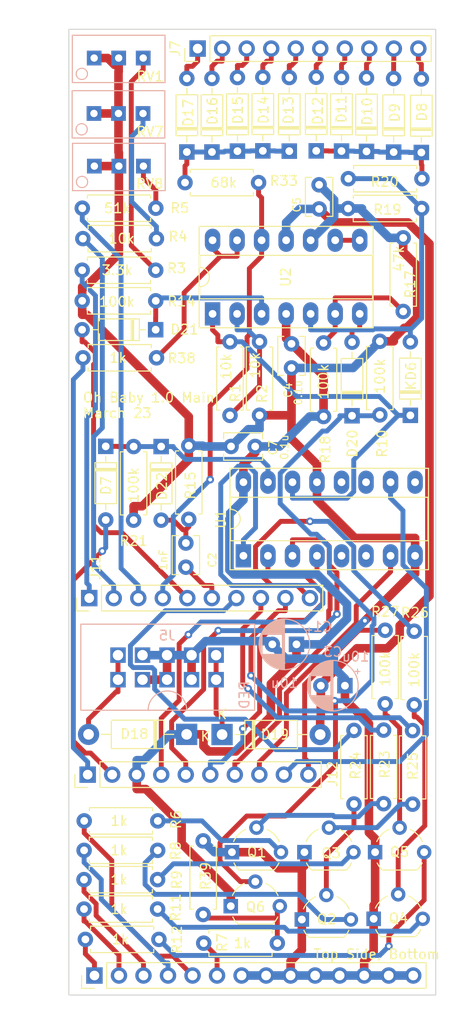
<source format=kicad_pcb>
(kicad_pcb (version 20221018) (generator pcbnew)
  (layers (0 "F.Cu" signal) (31 "B.Cu" signal) (34 "B.Paste" user) (35 "F.Paste" user) (36 "B.SilkS" user "B.Silkscreen") (37 "F.SilkS" user "F.Silkscreen") (38 "B.Mask" user) (39 "F.Mask" user) (44 "Edge.Cuts" user))
  (net 0 "")
  (net 1 "12V")
  (net 2 "GND")
  (net 3 "Net-(D22-A)")
  (net 4 "-12V")
  (net 5 "1_B")
  (net 6 "2_B")
  (net 7 "3_B")
  (net 8 "4_B")
  (net 9 "Net-(D6-K)")
  (net 10 "Net-(D6-A)")
  (net 11 "Net-(D22-K)")
  (net 12 "Net-(D10-K)")
  (net 13 "5_B")
  (net 14 "Net-(D13-K)")
  (net 15 "6_B")
  (net 16 "7_B")
  (net 17 "8_B")
  (net 18 "9_B")
  (net 19 "10_B")
  (net 20 "Net-(D18-A)")
  (net 21 "Net-(D19-K)")
  (net 22 "Net-(D20-K)")
  (net 23 "Net-(D20-A)")
  (net 24 "Net-(D21-K)")
  (net 25 "Net-(Q1-B)")
  (net 26 "Net-(Q2-B)")
  (net 27 "Net-(Q3-B)")
  (net 28 "Net-(Q4-B)")
  (net 29 "Net-(Q5-B)")
  (net 30 "Net-(Q6-E)")
  (net 31 "Net-(U2A--)")
  (net 32 "Net-(R3-Pad1)")
  (net 33 "Net-(R4-Pad2)")
  (net 34 "Net-(R5-Pad1)")
  (net 35 "Net-(U2B--)")
  (net 36 "Net-(U2D--)")
  (net 42 "Net-(U2C--)")
  (net 43 "11_B")
  (net 44 "12_B")
  (net 45 "13_B")
  (net 46 "14_B")
  (net 47 "15_B")
  (net 48 "16_B")
  (net 49 "17_B")
  (net 50 "18_B")
  (net 51 "19_B")
  (net 52 "20_B")
  (net 53 "21_B")
  (net 54 "22_B")
  (net 55 "23_B")
  (net 56 "24_B")
  (net 57 "25_B")
  (net 58 "26_B")
  (net 59 "27_B")
  (net 60 "28_B")
  (net 61 "29_B")
  (net 62 "30_B")
  (net 63 "32_B")
  (net 64 "Net-(Q1-C)")
  (net 65 "Net-(Q2-C)")
  (net 66 "Net-(Q3-C)")
  (net 67 "Net-(Q4-C)")
  (net 68 "Net-(Q5-C)")
  (net 69 "31_B")
  (net 70 "33_B")
  (net 71 "34_B")
  (net 72 "35_B")
  (footprint "2_BenjiaoFootprints:Resistor_L6.3mm_D2.5mm_P7.62mm_Horizontal" (layer "F.Cu") (at 155.6 112.62 -90)
    (fp_text reference "R25")
    (fp_text value "100k")
  )
  (footprint "Diode_THT:D_DO-35_SOD27_P7.62mm_Horizontal" (layer "F.Cu") (at 128.99 71.11 180)
    (fp_text reference "D21")
    (fp_text value "1n4148")
  )
  (footprint "Diode_THT:D_DO-35_SOD27_P7.62mm_Horizontal" (layer "F.Cu") (at 134.82 52.71 90)
    (fp_text reference "D16")
    (fp_text value "1n4148")
  )
  (footprint "Package_DIP:DIP-14_W7.62mm_Socket_LongPads" (layer "F.Cu") (at 134.885 69.47 90)
    (fp_text reference "U2")
    (fp_text value "TL074")
  )
  (footprint "Connector_PinHeader_2.54mm:PinHeader_1x14_P2.54mm_Vertical" (layer "F.Cu") (at 122.65 137.98 90)
    (fp_text reference "J13")
    (fp_text value "Con4_Bottom")
  )
  (footprint "2_BenjiaoFootprints:Resistor_L6.3mm_D2.5mm_P7.62mm_Horizontal" (layer "F.Cu") (at 129.21 121.97 180)
    (fp_text reference "R6")
    (fp_text value "1k")
  )
  (footprint "Diode_THT:D_DO-35_SOD27_P7.62mm_Horizontal" (layer "F.Cu") (at 150.83 52.65 90)
    (fp_text reference "D10")
    (fp_text value "1n4148")
  )
  (footprint "2_BenjiaoFootprints:Capacitor_Disc_D3.8mm_W2.6mm_P2.50mm" (layer "F.Cu") (at 143.06 72.57 -90)
    (fp_text reference "C4")
    (fp_text value "0.1u")
  )
  (footprint "Package_DIP:DIP-16_W7.62mm_Socket_LongPads" (layer "F.Cu") (at 138.08 94.52 90)
    (fp_text reference "U1")
    (fp_text value "4017")
  )
  (footprint "Connector_PinHeader_2.54mm:PinHeader_1x10_P2.54mm_Vertical" (layer "F.Cu") (at 133.34 42 90)
    (fp_text reference "J7")
    (fp_text value "Con1_Bottom")
  )
  (footprint "2_BenjiaoFootprints:Resistor_L6.3mm_D2.5mm_P7.62mm_Horizontal" (layer "F.Cu") (at 149.53 112.6 -90)
    (fp_text reference "R24")
    (fp_text value "100k")
  )
  (footprint "2_BenjiaoFootprints:Resistor_L6.3mm_D2.5mm_P7.62mm_Horizontal" (layer "F.Cu") (at 139.75 72.35 -90)
    (fp_text reference "R2")
    (fp_text value "10k")
  )
  (footprint "Package_TO_SOT_THT:TO-92_Wide" (layer "F.Cu") (at 136.77 130.8)
    (fp_text reference "Q6")
    (fp_text value "BC548")
  )
  (footprint "2_BenjiaoFootprints:Resistor_L6.3mm_D2.5mm_P7.62mm_Horizontal" (layer "F.Cu") (at 146.38 72.48 -90)
    (fp_text reference "R18")
    (fp_text value "100k")
  )
  (footprint "2_BenjiaoFootprints:Capacitor_Disc_D3.8mm_W2.6mm_P2.50mm" (layer "F.Cu") (at 139.3 83.2 180)
    (fp_text reference "C7")
    (fp_text value "0.1u")
  )
  (footprint "2_BenjiaoFootprints:Resistor_L6.3mm_D2.5mm_P7.62mm_Horizontal" (layer "F.Cu") (at 126.71 83.21 -90)
    (fp_text reference "R21")
    (fp_text value "100k")
  )
  (footprint "2_BenjiaoFootprints:Resistor_L6.3mm_D2.5mm_P7.62mm_Horizontal" (layer "F.Cu") (at 129 68.12 180)
    (fp_text reference "R14")
    (fp_text value "100k")
  )
  (footprint "Diode_THT:D_DO-35_SOD27_P7.62mm_Horizontal" (layer "F.Cu") (at 155.37 79.98 90)
    (fp_text reference "D6")
    (fp_text value "1n4148")
  )
  (footprint "Connector_PinHeader_2.54mm:PinHeader_1x10_P2.54mm_Vertical" (layer "F.Cu") (at 121.95 117.18 90)
    (fp_text reference "J12")
    (fp_text value "Con3_Bottom")
  )
  (footprint "2_BenjiaoFootprints:Resistor_L6.3mm_D2.5mm_P7.62mm_Horizontal" (layer "F.Cu") (at 136.69 79.98 90)
    (fp_text reference "R1")
    (fp_text value "10k")
  )
  (footprint "Diode_THT:D_DO-35_SOD27_P7.62mm_Horizontal" (layer "F.Cu") (at 140.09 52.59 90)
    (fp_text reference "D14")
    (fp_text value "1n4148")
  )
  (footprint "2_BenjiaoFootprints:Resistor_L6.3mm_D2.5mm_P7.62mm_Horizontal" (layer "F.Cu") (at 155.77 102.33 -90)
    (fp_text reference "R26")
    (fp_text value "100k")
  )
  (footprint "2_BenjiaoFootprints:Capacitor_Disc_D3.8mm_W2.6mm_P2.50mm" (layer "F.Cu") (at 132.12 95.7 90)
    (fp_text reference "C2")
    (fp_text value "1nF")
  )
  (footprint "2_BenjiaoFootprints:Resistor_L6.3mm_D2.5mm_P7.62mm_Horizontal" (layer "F.Cu") (at 129.01 58.53 180)
    (fp_text reference "R5")
    (fp_text value "51k")
  )
  (footprint "2_BenjiaoFootprints:Resistor_L6.3mm_D2.5mm_P7.62mm_Horizontal" (layer "F.Cu") (at 152.6 112.57 -90)
    (fp_text reference "R23")
    (fp_text value "100k")
  )
  (footprint "Package_TO_SOT_THT:TO-92_Wide" (layer "F.Cu") (at 136.89 125.21)
    (fp_text reference "Q1")
    (fp_text value "2N3904")
  )
  (footprint "Diode_THT:D_DO-35_SOD27_P7.62mm_Horizontal" (layer "F.Cu") (at 145.62 52.59 90)
    (fp_text reference "D12")
    (fp_text value "1n4148")
  )
  (footprint "Package_TO_SOT_THT:TO-92_Wide" (layer "F.Cu") (at 151.72 125.21)
    (fp_text reference "Q5")
    (fp_text value "2N3904")
  )
  (footprint "Diode_THT:D_DO-35_SOD27_P7.62mm_Horizontal" (layer "F.Cu") (at 132.22 52.71 90)
    (fp_text reference "D17")
    (fp_text value "1n4148")
  )
  (footprint "2_BenjiaoFootprints:Resistor_L6.3mm_D2.5mm_P7.62mm_Horizontal" (layer "F.Cu") (at 129 64.95 180)
    (fp_text reference "R3")
    (fp_text value "3.3k")
  )
  (footprint "Package_TO_SOT_THT:TO-92_Wide" (layer "F.Cu") (at 144.13 132.18)
    (fp_text reference "Q2")
    (fp_text value "2N3904")
  )
  (footprint "2_BenjiaoFootprints:Resistor_L6.3mm_D2.5mm_P7.62mm_Horizontal" (layer "F.Cu") (at 152.76 102.23 -90)
    (fp_text reference "R27")
    (fp_text value "100k")
  )
  (footprint "2_BenjiaoFootprints:Capacitor_Disc_D3.8mm_W2.6mm_P2.50mm" (layer "F.Cu") (at 145.92 56.105 -90)
    (fp_text reference "C5")
    (fp_text value "0.1u")
  )
  (footprint "Diode_THT:D_DO-35_SOD27_P7.62mm_Horizontal" (layer "F.Cu") (at 156.51 52.76 90)
    (fp_text reference "D8")
    (fp_text value "1n4148")
  )
  (footprint "2_BenjiaoFootprints:Resistor_L6.3mm_D2.5mm_P7.62mm_Horizontal" (layer "F.Cu") (at 121.45 61.68)
    (fp_text reference "R4")
    (fp_text value "10k")
  )
  (footprint "2_BenjiaoFootprints:Resistor_L6.3mm_D2.5mm_P7.62mm_Horizontal" (layer "F.Cu") (at 129.33 134.24 180)
    (fp_text reference "R12")
    (fp_text value "1k")
  )
  (footprint "Diode_THT:D_DO-41_SOD81_P10.16mm_Horizontal" (layer "F.Cu") (at 135.87 113.03)
    (fp_text reference "D19")
    (fp_text value "1N5819")
  )
  (footprint "Diode_THT:D_DO-41_SOD81_P10.16mm_Horizontal" (layer "F.Cu") (at 132.2 113.01 180)
    (fp_text reference "D18")
    (fp_text value "1N5819")
  )
  (footprint "2_BenjiaoFootprints:Resistor_L6.3mm_D2.5mm_P7.62mm_Horizontal" (layer "F.Cu") (at 156.54 58.56 180)
    (fp_text reference "R19")
    (fp_text value "100k")
  )
  (footprint "2_BenjiaoFootprints:Resistor_L6.3mm_D2.5mm_P7.62mm_Horizontal" (layer "F.Cu") (at 148.95 55.47)
    (fp_text reference "R20")
    (fp_text value "100k")
  )
  (footprint "2_BenjiaoFootprints:Resistor_L6.3mm_D2.5mm_P7.62mm_Horizontal" (layer "F.Cu") (at 129.19 131.1 180)
    (fp_text reference "R11")
    (fp_text value "1k")
  )
  (footprint "2_BenjiaoFootprints:Resistor_L6.3mm_D2.5mm_P7.62mm_Horizontal" (layer "F.Cu") (at 129.19 128.05 180)
    (fp_text reference "R9")
    (fp_text value "1k")
  )
  (footprint "2_BenjiaoFootprints:Resistor_L6.3mm_D2.5mm_P7.62mm_Horizontal" (layer "F.Cu") (at 152.21 79.93 90)
    (fp_text reference "R10")
    (fp_text value "100k")
  )
  (footprint "Connector_PinHeader_2.54mm:PinHeader_1x10_P2.54mm_Vertical" (layer "F.Cu") (at 122.11 98.9 90)
    (fp_text reference "J11")
    (fp_text value "Con2_Bottom")
  )
  (footprint "Diode_THT:D_DO-35_SOD27_P7.62mm_Horizontal" (layer "F.Cu") (at 142.83 52.62 90)
    (fp_text reference "D13")
    (fp_text value "1n4148")
  )
  (footprint "Diode_THT:D_DO-35_SOD27_P7.62mm_Horizontal" (layer "F.Cu") (at 148.24 52.61 90)
    (fp_text reference "D11")
    (fp_text value "1n4148")
  )
  (footprint "2_BenjiaoFootprints:Resistor_L6.3mm_D2.5mm_P7.62mm_Horizontal" (layer "F.Cu") (at 129.08 74.02 180)
    (fp_text reference "R38")
    (fp_text value "1k")
  )
  (footprint "2_BenjiaoFootprints:Resistor_L6.3mm_D2.5mm_P7.62mm_Horizontal" (layer "F.Cu") (at 132.03 55.88)
    (fp_text reference "R33")
    (fp_text value "68k")
  )
  (footprint "Package_TO_SOT_THT:TO-92_Wide" (layer "F.Cu") (at 144.4 125.21)
    (fp_text reference "Q3")
    (fp_text value "2N3904")
  )
  (footprint "2_BenjiaoFootprints:Resistor_L6.3mm_D2.5mm_P7.62mm_Horizontal" (layer "F.Cu") (at 129.2 125.02 180)
    (fp_text reference "R8")
    (fp_text value "1k")
  )
  (footprint "2_BenjiaoFootprints:Resistor_L6.3mm_D2.5mm_P7.62mm_Horizontal" (layer "F.Cu") (at 133.97 134.63)
    (fp_text reference "R7")
    (fp_text value "1k")
  )
  (footprint "Package_TO_SOT_THT:TO-92_Wide" (layer "F.Cu") (at 151.57 132.11)
    (fp_text reference "Q4")
    (fp_text value "2N3904")
  )
  (footprint "2_BenjiaoFootprints:Resistor_L6.3mm_D2.5mm_P7.62mm_Horizontal" (layer "F.Cu") (at 133.91 131.66 90)
    (fp_text reference "R39")
    (fp_text value "4.7k")
  )
  (footprint "2_BenjiaoFootprints:Resistor_L6.3mm_D2.5mm_P7.62mm_Horizontal" (layer "F.Cu") (at 154.63 69.22 90)
    (fp_text reference "R17")
    (fp_text value "47k")
  )
  (footprint "Diode_THT:D_DO-35_SOD27_P7.62mm_Horizontal" (layer "F.Cu") (at 129.56 83.21 -90)
    (fp_text reference "D22")
    (fp_text value "1n4148")
  )
  (footprint "Diode_THT:D_DO-35_SOD27_P7.62mm_Horizontal" (layer "F.Cu") (at 153.64 52.72 90)
    (fp_text reference "D9")
    (fp_text value "1n4148")
  )
  (footprint "Diode_THT:D_DO-35_SOD27_P7.62mm_Horizontal" (layer "F.Cu") (at 137.46 52.62 90)
    (fp_text reference "D15")
    (fp_text value "1n4148")
  )
  (footprint "2_BenjiaoFootprints:Resistor_L6.3mm_D2.5mm_P7.62mm_Horizontal" (layer "F.Cu") (at 132.42 90.74 90)
    (fp_text reference "R15")
    (fp_text value "100k")
  )
  (footprint "Diode_THT:D_DO-35_SOD27_P7.62mm_Horizontal" (layer "F.Cu") (at 123.82 83.19 -90)
    (fp_text reference "D7")
    (fp_text value "1n4148")
  )
  (footprint "Diode_THT:D_DO-35_SOD27_P7.62mm_Horizontal" (layer "F.Cu") (at 149.33 80.02 90)
    (fp_text reference "D20")
    (fp_text value "1n4148")
  )
  (footprint "1_SynthFootprints:MultiturnTrimmer" (layer "B.Cu") (at 125.14 51.26)
    (fp_text reference "RV7")
    (fp_text value "Trim_10k")
  )
  (footprint "2_BenjiaoFootprints:Capacitor_Radial_D5.0mm_P2.5mm" (layer "B.Cu") (at 143.5751 103.69 180)
    (fp_text reference "C1")
    (fp_text value "10u")
  )
  (footprint "2_BenjiaoFootprints:Capacitor_Radial_D5.0mm_P2.5mm" (layer "B.Cu") (at 148.5951 107.97 180)
    (fp_text reference "C3")
    (fp_text value "10u")
  )
  (footprint "1_SynthFootprints:10BoxHeaderConnector" (layer "B.Cu") (at 130.19 105.98 180)
    (fp_text reference "J5")
    (fp_text value "~")
  )
  (footprint "1_SynthFootprints:MultiturnTrimmer" (layer "B.Cu") (at 125.16 45.52)
    (fp_text reference "RV1")
    (fp_text value "Trim_5k")
  )
  (footprint "1_SynthFootprints:MultiturnTrimmer" (layer "B.Cu") (at 125.18 56.71)
    (fp_text reference "RV8")
    (fp_text value "Trim_5k")
  )
  (gr_rect (start 120 40) (end 158 140) (stroke (width 0.1)) (fill none) (layer "Edge.Cuts"))
  (gr_text "Oh Baby 1.0 Main\nMarch 23" (at 121.37 80.33) (layer "F.SilkS") (effects (font (size 1 1) (thickness 0.153)) (justify left bottom)))
  (gr_text "Top Side, Bottom " (at 145.26 136.36) (layer "F.SilkS") (effects (font (size 1 1)) (justify left bottom)))
  (segment (start 143.06 72.57) (end 146.38 75.89) (width 0.889) (layer "F.Cu") (net 1))
  (segment (start 137.2968 114.7747) (end 140.9255 111.146) (width 0.889) (layer "F.Cu") (net 1))
  (segment (start 138.08 86.9) (end 138.08 85.0554) (width 0.889) (layer "F.Cu") (net 1))
  (segment (start 132.2 113.01) (end 133.9446 113.01) (width 0.889) (layer "F.Cu") (net 1))
  (segment (start 136.77 130.8) (end 136.77 129.4054) (width 0.889) (layer "F.Cu") (net 1))
  (segment (start 127.9641 118.6746) (end 131.6807 122.3912) (width 0.889) (layer "F.Cu") (net 1))
  (segment (start 140.9255 111.146) (end 140.9255 107.7842) (width 0.889) (layer "F.Cu") (net 1))
  (segment (start 138.08 85.0554) (end 139.3 83.8354) (width 0.889) (layer "F.Cu") (net 1))
  (segment (start 131.6807 124.3161) (end 136.77 129.4054) (width 0.889) (layer "F.Cu") (net 1))
  (segment (start 146.38 75.89) (end 146.38 80.1) (width 0.889) (layer "F.Cu") (net 1))
  (segment (start 143.5751 103.69) (end 143.5751 105.1346) (width 0.889) (layer "F.Cu") (net 1))
  (segment (start 142.505 72.015) (end 143.06 72.57) (width 0.889) (layer "F.Cu") (net 1))
  (segment (start 133.9446 113.01) (end 133.9446 114.2367) (width 0.889) (layer "F.Cu") (net 1))
  (segment (start 133.9446 114.2367) (end 134.4826 114.7747) (width 0.889) (layer "F.Cu") (net 1))
  (segment (start 127.03 117.18) (end 127.03 118.6746) (width 0.889) (layer "F.Cu") (net 1))
  (segment (start 140.9255 107.7842) (end 143.5751 105.1346) (width 0.889) (layer "F.Cu") (net 1))
  (segment (start 131.6807 122.3912) (end 131.6807 124.3161) (width 0.889) (layer "F.Cu") (net 1))
  (segment (start 139.3 83.8354) (end 139.3 83.2) (width 0.889) (layer "F.Cu") (net 1))
  (segment (start 127.03 118.6746) (end 127.9641 118.6746) (width 0.889) (layer "F.Cu") (net 1))
  (segment (start 134.4826 114.7747) (end 137.2968 114.7747) (width 0.889) (layer "F.Cu") (net 1))
  (segment (start 142.505 69.47) (end 142.505 72.015) (width 0.889) (layer "F.Cu") (net 1))
  (segment (start 137.0929 96.4494) (end 136.6325 95.989) (width 0.889) (layer "B.Cu") (net 1))
  (segment (start 136.6325 95.989) (end 136.6325 90.1921) (width 0.889) (layer "B.Cu") (net 1))
  (segment (start 127.78 115.6854) (end 127.03 115.6854) (width 0.889) (layer "B.Cu") (net 1))
  (segment (start 130.4554 113.01) (end 127.78 115.6854) (width 0.889) (layer "B.Cu") (net 1))
  (segment (start 146.1594 103.69) (end 148.8089 101.0405) (width 0.889) (layer "B.Cu") (net 1))
  (segment (start 132.2 113.01) (end 130.4554 113.01) (width 0.889) (layer "B.Cu") (net 1))
  (segment (start 136.6325 90.1921) (end 138.08 88.7446) (width 0.889) (layer "B.Cu") (net 1))
  (segment (start 143.5751 103.69) (end 146.1594 103.69) (width 0.889) (layer "B.Cu") (net 1))
  (segment (start 127.03 117.18) (end 127.03 115.6854) (width 0.889) (layer "B.Cu") (net 1))
  (segment (start 141.8354 83.2) (end 144.9354 80.1) (width 0.889) (layer "B.Cu") (net 1))
  (segment (start 146.38 80.1) (end 144.9354 80.1) (width 0.889) (layer "B.Cu") (net 1))
  (segment (start 148.8089 99.5272) (end 145.7311 96.4494) (width 0.889) (layer "B.Cu") (net 1))
  (segment (start 138.08 86.9) (end 138.08 88.7446) (width 0.889) (layer "B.Cu") (net 1))
  (segment (start 148.8089 101.0405) (end 148.8089 99.5272) (width 0.889) (layer "B.Cu") (net 1))
  (segment (start 145.7311 96.4494) (end 137.0929 96.4494) (width 0.889) (layer "B.Cu") (net 1))
  (segment (start 139.3 83.2) (end 141.8354 83.2) (width 0.889) (layer "B.Cu") (net 1))
  (segment (start 125.14 48.72) (end 124.0066 48.72) (width 0.889) (layer "F.Cu") (net 2))
  (segment (start 130.17 107.35) (end 129.0746 107.35) (width 0.889) (layer "F.Cu") (net 2))
  (segment (start 127.63 107.35) (end 129.0746 107.35) (width 0.889) (layer "F.Cu") (net 2))
  (segment (start 121.38 68.12) (end 121.38 66.6754) (width 0.889) (layer "F.Cu") (net 2))
  (segment (start 156.0753 69.8204) (end 156.0753 64.4899) (width 0.889) (layer "F.Cu") (net 2))
  (segment (start 144.13 132.18) (end 144.13 126.8746) (width 0.889) (layer "F.Cu") (net 2))
  (segment (start 145.7 86.9) (end 145.7 88.7446) (width 0.889) (layer "F.Cu") (net 2))
  (segment (start 141.6284 126.8746) (end 139.9638 125.21) (width 0.889) (layer "F.Cu") (net 2))
  (segment (start 125.18 52.7634) (end 125.14 52.7234) (width 0.889) (layer "F.Cu") (net 2))
  (segment (start 132.71 104.81) (end 132.71 107.35) (width 0.889) (layer "F.Cu") (net 2))
  (segment (start 125.18 63.2495) (end 121.7541 66.6754) (width 0.889) (layer "F.Cu") (net 2))
  (segment (start 143.06 79.97) (end 143.06 75.07) (width 0.889) (layer "F.Cu") (net 2))
  (segment (start 139.9638 125.21) (end 136.89 125.21) (width 0.889) (layer "F.Cu") (net 2))
  (segment (start 155.5392 96.3646) (end 155.86 96.3646) (width 0.889) (layer "F.Cu") (net 2))
  (segment (start 151.57 130.7154) (end 151.72 130.5654) (width 0.889) (layer "F.Cu") (net 2))
  (segment (start 125.18 54.17) (end 124.0466 54.17) (width 0.889) (layer "F.Cu") (net 2))
  (segment (start 132.42 83.12) (end 132.42 84.5646) (width 0.889) (layer "F.Cu") (net 2))
  (segment (start 144.4 125.21) (end 144.4 126.6046) (width 0.889) (layer "F.Cu") (net 2))
  (segment (start 139.75 79.97) (end 141.1946 79.97) (width 0.889) (layer "F.Cu") (net 2))
  (segment (start 143.06 82.4154) (end 143.06 79.97) (width 0.889) (layer "F.Cu") (net 2))
  (segment (start 143.06 79.97) (end 141.1946 79.97) (width 0.889) (layer "F.Cu") (net 2))
  (segment (start 125.16 43.6833) (end 124.7299 43.6833) (width 0.889) (layer "F.Cu") (net 2))
  (segment (start 125.16 43.6833) (end 125.16 44.3866) (width 0.889) (layer "F.Cu") (net 2))
  (segment (start 148.5951 107.97) (end 148.5951 109.4146) (width 0.889) (layer "F.Cu") (net 2))
  (segment (start 145.7 85.0554) (end 143.06 82.4154) (width 0.889) (layer "F.Cu") (net 2))
  (segment (start 132.42 84.5646) (end 127.5992 89.3854) (width 0.889) (layer "F.Cu") (net 2))
  (segment (start 155.86 94.52) (end 155.86 92.6754) (width 0.889) (layer "F.Cu") (net 2))
  (segment (start 154.7411 70.9153) (end 154.9804 70.9153) (width 0.889) (layer "F.Cu") (net 2))
  (segment (start 125.18 53.4667) (end 125.18 52.7634) (width 0.889) (layer "F.Cu") (net 2))
  (segment (start 121.7541 66.6754) (end 121.38 66.6754) (width 0.889) (layer "F.Cu") (net 2))
  (segment (start 152.21 72.31) (end 153.6546 72.31) (width 0.889) (layer "F.Cu") (net 2))
  (segment (start 142.97 136.4854) (end 144.13 135.3254) (width 0.889) (layer "F.Cu") (net 2))
  (segment (start 126.71 90.83) (end 126.71 89.3854) (width 0.889) (layer "F.Cu") (net 2))
  (segment (start 125.14 52.7234) (end 125.14 48.72) (width 0.889) (layer "F.Cu") (net 2))
  (segment (start 132.42 80.1169) (end 132.42 83.12) (width 0.889) (layer "F.Cu") (net 2))
  (segment (start 125.18 53.4667) (end 125.18 54.17) (width 0.889) (layer "F.Cu") (net 2))
  (segment (start 144.13 126.8746) (end 144.4 126.6046) (width 0.889) (layer "F.Cu") (net 2))
  (segment (start 121.8677 69.5646) (end 132.42 80.1169) (width 0.889) (layer "F.Cu") (net 2))
  (segment (start 151.08 111.8995) (end 151.08 123.1754) (width 0.889) (layer "F.Cu") (net 2))
  (segment (start 144.13 135.3254) (end 144.13 132.18) (width 0.889) (layer "F.Cu") (net 2))
  (segment (start 155.86 94.52) (end 155.86 96.3646) (width 0.889) (layer "F.Cu") (net 2))
  (segment (start 151.72 130.5654) (end 151.72 125.21) (width 0.889) (layer "F.Cu") (net 2))
  (segment (start 153.6546 72.0018) (end 154.7411 70.9153) (width 0.889) (layer "F.Cu") (net 2))
  (segment (start 142.97 137.98) (end 142.97 136.4854) (width 0.889) (layer "F.Cu") (net 2))
  (segment (start 125.18 54.17) (end 125.18 63.2495) (width 0.889) (layer "F.Cu") (net 2))
  (segment (start 124.7299 43.6833) (end 124.0266 42.98) (width 0.889) (layer "F.Cu") (net 2))
  (segment (start 121.38 69.5646) (end 121.8677 69.5646) (width 0.889) (layer "F.Cu") (net 2))
  (segment (start 149.6308 92.6754) (end 155.86 92.6754) (width 0.889) (layer "F.Cu") (net 2))
  (segment (start 154.9804 70.9153) (end 156.0753 69.8204) (width 0.889) (layer "F.Cu") (net 2))
  (segment (start 156.0753 64.4899) (end 154.63 63.0446) (width 0.889) (layer "F.Cu") (net 2))
  (segment (start 122.6 48.72) (end 124.0066 48.72) (width 0.889) (layer "F.Cu") (net 2))
  (segment (start 154.63 61.6) (end 154.63 63.0446) (width 0.889) (layer "F.Cu") (net 2))
  (segment (start 151.72 125.21) (end 151.72 123.8154) (width 0.889) (layer "F.Cu") (net 2))
  (segment (start 150.59 137.98) (end 150.59 136.4854) (width 0.889) (layer "F.Cu") (net 2))
  (segment (start 151.57 135.5054) (end 150.59 136.4854) (width 0.889) (layer "F.Cu") (net 2))
  (segment (start 151.57 132.11) (end 151.57 130.7154) (width 0.889) (layer "F.Cu") (net 2))
  (segment (start 127.5992 89.3854) (end 126.71 89.3854) (width 0.889) (layer "F.Cu") (net 2))
  (segment (start 148.5951 109.4146) (end 151.08 111.8995) (width 0.889) (layer "F.Cu") (net 2))
  (segment (start 151.08 123.1754) (end 151.72 123.8154) (width 0.889) (layer "F.Cu") (net 2))
  (segment (start 125.14 44.4066) (end 125.14 48.72) (width 0.889) (layer "F.Cu") (net 2))
  (segment (start 122.64 54.17) (end 124.0466 54.17) (width 0.889) (layer "F.Cu") (net 2))
  (segment (start 125.16 42.98) (end 125.16 43.6833) (width 0.889) (layer "F.Cu") (net 2))
  (segment (start 125.16 44.3866) (end 125.14 44.4066) (width 0.889) (layer "F.Cu") (net 2))
  (segment (start 153.6546 72.31) (end 153.6546 72.0018) (width 0.889) (layer "F.Cu") (net 2))
  (segment (start 151.57 132.11) (end 151.57 135.5054) (width 0.889) (layer "F.Cu") (net 2))
  (segment (start 130.17 104.81) (end 130.17 107.35) (width 0.889) (layer "F.Cu") (net 2))
  (segment (start 145.7 88.7446) (end 149.6308 92.6754) (width 0.889) (layer "F.Cu") (net 2))
  (segment (start 144.13 126.8746) (end 141.6284 126.8746) (width 0.889) (layer "F.Cu") (net 2))
  (segment (start 121.38 68.12) (end 121.38 69.5646) (width 0.889) (layer "F.Cu") (net 2))
  (segment (start 122.62 42.98) (end 124.0266 42.98) (width 0.889) (layer "F.Cu") (net 2))
  (segment (start 145.7 86.9) (end 145.7 85.0554) (width 0.889) (layer "F.Cu") (net 2))
  (segment (start 150.6627 101.2411) (end 155.5392 96.3646) (width 0.889) (layer "F.Cu") (net 2))
  (via (at 150.6627 101.2411) (size 0.8) (drill 0.4) (layers "F.Cu" "B.Cu") (net 2))
  (segment (start 148.92 58.56) (end 150.3646 58.56) (width 0.889) (layer "B.Cu") (net 2))
  (segment (start 145.51 137.98) (end 142.97 137.98) (width 0.889) (layer "B.Cu") (net 2))
  (segment (start 150.59 137.98) (end 148.05 137.98) (width 0.889) (layer "B.Cu") (net 2))
  (segment (start 134.1624 103.3576) (end 140.7427 103.3576) (width 0.889) (layer "B.Cu") (net 2))
  (segment (start 133.9446 83.2) (end 133.8646 83.12) (width 0.889) (layer "B.Cu") (net 2))
  (segment (start 155.67 137.98) (end 153.13 137.98) (width 0.889) (layer "B.Cu") (net 2))
  (segment (start 152.21 72.31) (end 149.45 75.07) (width 0.889) (layer "B.Cu") (net 2))
  (segment (start 142.4797 105.1762) (end 147.4412 105.1762) (width 0.889) (layer "B.Cu") (net 2))
  (segment (start 148.5951 107.97) (end 148.5951 107.2477) (width 0.889) (layer "B.Cu") (net 2))
  (segment (start 141.0751 103.69) (end 141.0751 103.7716) (width 0.889) (layer "B.Cu") (net 2))
  (segment (start 147.4412 105.1762) (end 147.4412 104.4626) (width 0.889) (layer "B.Cu") (net 2))
  (segment (start 140.7427 103.3576) (end 141.0751 103.69) (width 0.889) (layer "B.Cu") (net 2))
  (segment (start 135.08 125.21) (end 133.91 124.04) (width 0.889) (layer "B.Cu") (net 2))
  (segment (start 148.5951 107.2477) (end 147.4412 106.0938) (width 0.889) (layer "B.Cu") (net 2))
  (segment (start 145.045 61.85) (end 147.4754 59.4196) (width 0.889) (layer "B.Cu") (net 2))
  (segment (start 127.63 104.81) (end 130.17 104.81) (width 0.889) (layer "B.Cu") (net 2))
  (segment (start 147.4754 57.6604) (end 145.92 56.105) (width 0.889) (layer "B.Cu") (net 2))
  (segment (start 147.4754 58.56) (end 147.4754 57.6604) (width 0.889) (layer "B.Cu") (net 2))
  (segment (start 139.75 81.4146) (end 138.5854 81.4146) (width 0.889) (layer "B.Cu") (net 2))
  (segment (start 148.05 137.98) (end 145.51 137.98) (width 0.889) (layer "B.Cu") (net 2))
  (segment (start 141.0751 103.7716) (end 142.4797 105.1762) (width 0.889) (layer "B.Cu") (net 2))
  (segment (start 148.92 58.56) (end 147.4754 58.56) (width 0.889) (layer "B.Cu") (net 2))
  (segment (start 153.13 137.98) (end 150.59 137.98) (width 0.889) (layer "B.Cu") (net 2))
  (segment (start 154.63 61.6) (end 153.1854 61.6) (width 0.889) (layer "B.Cu") (net 2))
  (segment (start 132.42 83.12) (end 133.8646 83.12) (width 0.889) (layer "B.Cu") (net 2))
  (segment (start 142.97 137.98) (end 140.43 137.98) (width 0.889) (layer "B.Cu") (net 2))
  (segment (start 132.71 104.81) (end 134.1624 103.3576) (width 0.889) (layer "B.Cu") (net 2))
  (segment (start 150.3646 58.7792) (end 150.3646 58.56) (width 0.889) (layer "B.Cu") (net 2))
  (segment (start 147.4412 104.4626) (end 150.6627 101.2411) (width 0.889) (layer "B.Cu") (net 2))
  (segment (start 147.4412 106.0938) (end 147.4412 105.1762) (width 0.889) (layer "B.Cu") (net 2))
  (segment (start 153.1854 61.6) (end 150.3646 58.7792) (width 0.889) (layer "B.Cu") (net 2))
  (segment (start 139.75 79.97) (end 139.75 81.4146) (width 0.889) (layer "B.Cu") (net 2))
  (segment (start 138.5854 81.4146) (end 136.8 83.2) (width 0.889) (layer "B.Cu") (net 2))
  (segment (start 136.8 83.2) (end 133.9446 83.2) (width 0.889) (layer "B.Cu") (net 2))
  (segment (start 140.43 137.98) (end 137.89 137.98) (width 0.889) (layer "B.Cu") (net 2))
  (segment (start 147.4754 59.4196) (end 147.4754 58.56) (width 0.889) (layer "B.Cu") (net 2))
  (segment (start 149.45 75.07) (end 143.06 75.07) (width 0.889) (layer "B.Cu") (net 2))
  (segment (start 130.17 104.81) (end 132.71 104.81) (width 0.889) (layer "B.Cu") (net 2))
  (segment (start 136.89 125.21) (end 135.08 125.21) (width 0.889) (layer "B.Cu") (net 2))
  (segment (start 132.42 90.74) (end 132.42 91.52) (width 0.508) (layer "F.Cu") (net 3))
  (segment (start 132.12 91.82) (end 131.8041 91.82) (width 0.508) (layer "F.Cu") (net 3))
  (segment (start 132.12 93.2) (end 132.12 91.82) (width 0.508) (layer "F.Cu") (net 3))
  (segment (start 132.42 91.52) (end 132.12 91.82) (width 0.508) (layer "F.Cu") (net 3))
  (segment (start 129.56 90.83) (end 130.8141 90.83) (width 0.508) (layer "F.Cu") (net 3))
  (segment (start 131.8041 91.82) (end 130.8141 90.83) (width 0.508) (layer "F.Cu") (net 3))
  (segment (start 154.265 101.7565) (end 157.3453 98.6762) (width 0.889) (layer "F.Cu") (net 4))
  (segment (start 146.0951 111.2203) (end 146.0951 107.97) (width 0.889) (layer "F.Cu") (net 4))
  (segment (start 157.3453 98.6762) (end 157.3453 62.213) (width 0.889) (layer "F.Cu") (net 4))
  (segment (start 157.3453 62.213) (end 155.1371 60.0048) (width 0.889) (layer "F.Cu") (net 4))
  (segment (start 149.8372 104.0975) (end 152.9829 104.0975) (width 0.889) (layer "F.Cu") (net 4))
  (segment (start 152.9829 104.0975) (end 154.265 102.8154) (width 0.889) (layer "F.Cu") (net 4))
  (segment (start 147.3198 60.0048) (end 145.92 58.605) (width 0.889) (layer "F.Cu") (net 4))
  (segment (start 154.265 102.8154) (end 154.265 101.7565) (width 0.889) (layer "F.Cu") (net 4))
  (segment (start 146.0951 107.97) (end 146.0951 107.8396) (width 0.889) (layer "F.Cu") (net 4))
  (segment (start 155.1371 60.0048) (end 147.3198 60.0048) (width 0.889) (layer "F.Cu") (net 4))
  (segment (start 146.03 113.03) (end 146.03 111.2854) (width 0.889) (layer "F.Cu") (net 4))
  (segment (start 146.0951 107.8396) (end 149.8372 104.0975) (width 0.889) (layer "F.Cu") (net 4))
  (segment (start 146.03 111.2854) (end 146.0951 111.2203) (width 0.889) (layer "F.Cu") (net 4))
  (segment (start 143.9054 58.605) (end 142.505 60.0054) (width 0.889) (layer "B.Cu") (net 4))
  (segment (start 145.92 58.605) (end 143.9054 58.605) (width 0.889) (layer "B.Cu") (net 4))
  (segment (start 142.505 61.85) (end 142.505 60.0054) (width 0.889) (layer "B.Cu") (net 4))
  (segment (start 156.51 43.6141) (end 156.51 45.14) (width 0.508) (layer "F.Cu") (net 5))
  (segment (start 156.2 42) (end 156.2 43.3041) (width 0.508) (layer "F.Cu") (net 5))
  (segment (start 156.2 43.3041) (end 156.51 43.6141) (width 0.508) (layer "F.Cu") (net 5))
  (segment (start 153.66 43.3041) (end 153.64 43.3241) (width 0.508) (layer "F.Cu") (net 6))
  (segment (start 153.66 42) (end 153.66 43.3041) (width 0.508) (layer "F.Cu") (net 6))
  (segment (start 153.64 43.3241) (end 153.64 45.1) (width 0.508) (layer "F.Cu") (net 6))
  (segment (start 150.83 43.5941) (end 150.83 45.03) (width 0.508) (layer "F.Cu") (net 7))
  (segment (start 151.12 42) (end 151.12 43.3041) (width 0.508) (layer "F.Cu") (net 7))
  (segment (start 151.12 43.3041) (end 150.83 43.5941) (width 0.508) (layer "F.Cu") (net 7))
  (segment (start 148.24 43.6441) (end 148.24 44.99) (width 0.508) (layer "F.Cu") (net 8))
  (segment (start 148.58 42) (end 148.58 43.3041) (width 0.508) (layer "F.Cu") (net 8))
  (segment (start 148.58 43.3041) (end 148.24 43.6441) (width 0.508) (layer "F.Cu") (net 8))
  (segment (start 134.885 69.47) (end 134.885 71.1241) (width 0.508) (layer "F.Cu") (net 9))
  (segment (start 136.69 72.36) (end 135.4359 72.36) (width 0.508) (layer "F.Cu") (net 9))
  (segment (start 134.885 71.1241) (end 135.4359 71.675) (width 0.508) (layer "F.Cu") (net 9))
  (segment (start 135.4359 71.675) (end 135.4359 72.36) (width 0.508) (layer "F.Cu") (net 9))
  (segment (start 143.16 88.5541) (end 148.8241 88.5541) (width 0.508) (layer "B.Cu") (net 9))
  (segment (start 155.37 79.98) (end 154.1159 79.98) (width 0.508) (layer "B.Cu") (net 9))
  (segment (start 149.51 87.8682) (end 149.51 84.5859) (width 0.508) (layer "B.Cu") (net 9))
  (segment (start 152.1617 78.0258) (end 154.1159 79.98) (width 0.508) (layer "B.Cu") (net 9))
  (segment (start 148.8241 88.5541) (end 149.51 87.8682) (width 0.508) (layer "B.Cu") (net 9))
  (segment (start 136.69 72.36) (end 137.9441 72.36) (width 0.508) (layer "B.Cu") (net 9))
  (segment (start 149.51 84.5859) (end 154.1159 79.98) (width 0.508) (layer "B.Cu") (net 9))
  (segment (start 137.9441 72.36) (end 143.6099 78.0258) (width 0.508) (layer "B.Cu") (net 9))
  (segment (start 143.6099 78.0258) (end 152.1617 78.0258) (width 0.508) (layer "B.Cu") (net 9))
  (segment (start 143.16 86.9) (end 143.16 88.5541) (width 0.508) (layer "B.Cu") (net 9))
  (segment (start 145.045 69.47) (end 145.045 71.1241) (width 0.508) (layer "B.Cu") (net 10))
  (segment (start 148.95 55.47) (end 153.45 55.47) (width 0.508) (layer "B.Cu") (net 10))
  (segment (start 151.4981 71.1241) (end 151.5953 71.0269) (width 0.508) (layer "B.Cu") (net 10))
  (segment (start 155.37 72.36) (end 155.37 71.1059) (width 0.508) (layer "B.Cu") (net 10))
  (segment (start 156.54 69.9359) (end 156.54 58.56) (width 0.508) (layer "B.Cu") (net 10))
  (segment (start 155.291 71.0269) (end 155.37 71.1059) (width 0.508) (layer "B.Cu") (net 10))
  (segment (start 145.045 71.1241) (end 151.4981 71.1241) (width 0.508) (layer "B.Cu") (net 10))
  (segment (start 155.37 71.1059) (end 156.54 69.9359) (width 0.508) (layer "B.Cu") (net 10))
  (segment (start 153.45 55.47) (end 156.54 58.56) (width 0.508) (layer "B.Cu") (net 10))
  (segment (start 151.5953 71.0269) (end 155.291 71.0269) (width 0.508) (layer "B.Cu") (net 10))
  (segment (start 126.71 83.21) (end 125.0941 83.21) (width 0.508) (layer "F.Cu") (net 11))
  (segment (start 125.0941 83.21) (end 125.0741 83.19) (width 0.508) (layer "F.Cu") (net 11))
  (segment (start 123.82 83.19) (end 125.0741 83.19) (width 0.508) (layer "F.Cu") (net 11))
  (segment (start 140.62 85.2459) (end 139.9119 84.5378) (width 0.508) (layer "B.Cu") (net 11))
  (segment (start 129.56 83.21) (end 130.8141 83.21) (width 0.508) (layer "B.Cu") (net 11))
  (segment (start 132.0635 84.5378) (end 130.8141 83.2884) (width 0.508) (layer "B.Cu") (net 11))
  (segment (start 140.62 86.9) (end 140.62 85.2459) (width 0.508) (layer "B.Cu") (net 11))
  (segment (start 130.8141 83.2884) (end 130.8141 83.21) (width 0.508) (layer "B.Cu") (net 11))
  (segment (start 139.9119 84.5378) (end 132.0635 84.5378) (width 0.508) (layer "B.Cu") (net 11))
  (segment (start 129.56 83.21) (end 126.71 83.21) (width 0.508) (layer "B.Cu") (net 11))
  (segment (start 146.8941 52.61) (end 146.8741 52.59) (width 0.508) (layer "F.Cu") (net 12))
  (segment (start 156.51 54.0141) (end 156.57 54.0741) (width 0.508) (layer "F.Cu") (net 12))
  (segment (start 156.57 54.0741) (end 156.57 55.47) (width 0.508) (layer "F.Cu") (net 12))
  (segment (start 145.62 52.59) (end 146.8741 52.59) (width 0.508) (layer "F.Cu") (net 12))
  (segment (start 148.24 52.61) (end 146.8941 52.61) (width 0.508) (layer "F.Cu") (net 12))
  (segment (start 156.51 52.76) (end 156.51 54.0141) (width 0.508) (layer "F.Cu") (net 12))
  (segment (start 150.83 52.65) (end 149.5759 52.65) (width 0.508) (layer "B.Cu") (net 12))
  (segment (start 155.2159 52.72) (end 155.2559 52.76) (width 0.508) (layer "B.Cu") (net 12))
  (segment (start 148.24 52.61) (end 149.5359 52.61) (width 0.508) (layer "B.Cu") (net 12))
  (segment (start 150.83 52.65) (end 152.0841 52.65) (width 0.508) (layer "B.Cu") (net 12))
  (segment (start 153.64 52.72) (end 155.2159 52.72) (width 0.508) (layer "B.Cu") (net 12))
  (segment (start 152.0841 52.65) (end 152.1541 52.72) (width 0.508) (layer "B.Cu") (net 12))
  (segment (start 149.5359 52.61) (end 149.5759 52.65) (width 0.508) (layer "B.Cu") (net 12))
  (segment (start 156.51 52.76) (end 155.2559 52.76) (width 0.508) (layer "B.Cu") (net 12))
  (segment (start 152.1541 52.72) (end 153.64 52.72) (width 0.508) (layer "B.Cu") (net 12))
  (segment (start 146.04 42) (end 146.04 43.3041) (width 0.508) (layer "F.Cu") (net 13))
  (segment (start 146.04 43.3041) (end 146.0318 43.3041) (width 0.508) (layer "F.Cu") (net 13))
  (segment (start 145.62 44.97) (end 145.62 43.7159) (width 0.508) (layer "F.Cu") (net 13))
  (segment (start 146.0318 43.3041) (end 145.62 43.7159) (width 0.508) (layer "F.Cu") (net 13))
  (segment (start 132.22 52.71) (end 132.22 53.9641) (width 0.508) (layer "F.Cu") (net 14))
  (segment (start 132.03 54.1541) (end 132.03 55.88) (width 0.508) (layer "F.Cu") (net 14))
  (segment (start 132.22 53.9641) (end 132.03 54.1541) (width 0.508) (layer "F.Cu") (net 14))
  (segment (start 136.0741 52.71) (end 136.1641 52.62) (width 0.508) (layer "B.Cu") (net 14))
  (segment (start 138.8059 52.62) (end 138.8359 52.59) (width 0.508) (layer "B.Cu") (net 14))
  (segment (start 141.3741 52.62) (end 141.3441 52.59) (width 0.508) (layer "B.Cu") (net 14))
  (segment (start 132.22 52.71) (end 134.82 52.71) (width 0.508) (layer "B.Cu") (net 14))
  (segment (start 136.1641 52.62) (end 137.46 52.62) (width 0.508) (layer "B.Cu") (net 14))
  (segment (start 137.46 52.62) (end 138.8059 52.62) (width 0.508) (layer "B.Cu") (net 14))
  (segment (start 140.09 52.59) (end 141.3441 52.59) (width 0.508) (layer "B.Cu") (net 14))
  (segment (start 142.83 52.62) (end 141.3741 52.62) (width 0.508) (layer "B.Cu") (net 14))
  (segment (start 134.82 52.71) (end 136.0741 52.71) (width 0.508) (layer "B.Cu") (net 14))
  (segment (start 140.09 52.59) (end 138.8359 52.59) (width 0.508) (layer "B.Cu") (net 14))
  (segment (start 143.5 43.3041) (end 143.0582 43.7459) (width 0.508) (layer "F.Cu") (net 15))
  (segment (start 142.83 45) (end 142.83 43.7459) (width 0.508) (layer "F.Cu") (net 15))
  (segment (start 143.0582 43.7459) (end 142.83 43.7459) (width 0.508) (layer "F.Cu") (net 15))
  (segment (start 143.5 42) (end 143.5 43.3041) (width 0.508) (layer "F.Cu") (net 15))
  (segment (start 140.09 44.97) (end 140.09 43.7159) (width 0.508) (layer "F.Cu") (net 16))
  (segment (start 140.96 42) (end 140.96 43.3041) (width 0.508) (layer "F.Cu") (net 16))
  (segment (start 140.5018 43.3041) (end 140.09 43.7159) (width 0.508) (layer "F.Cu") (net 16))
  (segment (start 140.96 43.3041) (end 140.5018 43.3041) (width 0.508) (layer "F.Cu") (net 16))
  (segment (start 138.42 43.3041) (end 137.9782 43.7459) (width 0.508) (layer "F.Cu") (net 17))
  (segment (start 137.46 45) (end 137.46 43.7459) (width 0.508) (layer "F.Cu") (net 17))
  (segment (start 138.42 42) (end 138.42 43.3041) (width 0.508) (layer "F.Cu") (net 17))
  (segment (start 137.9782 43.7459) (end 137.46 43.7459) (width 0.508) (layer "F.Cu") (net 17))
  (segment (start 135.88 43.3041) (end 135.3518 43.3041) (width 0.508) (layer "F.Cu") (net 18))
  (segment (start 135.3518 43.3041) (end 134.82 43.8359) (width 0.508) (layer "F.Cu") (net 18))
  (segment (start 135.88 42) (end 135.88 43.3041) (width 0.508) (layer "F.Cu") (net 18))
  (segment (start 134.82 45.09) (end 134.82 43.8359) (width 0.508) (layer "F.Cu") (net 18))
  (segment (start 133.34 42) (end 133.34 43.3041) (width 0.508) (layer "F.Cu") (net 19))
  (segment (start 132.22 45.09) (end 132.22 43.8359) (width 0.508) (layer "F.Cu") (net 19))
  (segment (start 133.34 43.3041) (end 132.8082 43.8359) (width 0.508) (layer "F.Cu") (net 19))
  (segment (start 132.8082 43.8359) (end 132.22 43.8359) (width 0.508) (layer "F.Cu") (net 19))
  (segment (start 125.09 104.81) (end 125.09 107.35) (width 0.508) (layer "F.Cu") (net 20))
  (segment (start 125.09 107.35) (end 125.09 108.6041) (width 0.508) (layer "F.Cu") (net 20))
  (segment (start 124.8918 108.6041) (end 125.09 108.6041) (width 0.508) (layer "F.Cu") (net 20))
  (segment (start 122.04 113.01) (end 122.04 111.4559) (width 0.508) (layer "F.Cu") (net 20))
  (segment (start 122.04 111.4559) (end 124.8918 108.6041) (width 0.508) (layer "F.Cu") (net 20))
  (segment (start 135.87 113.03) (end 135.87 111.4759) (width 0.508) (layer "F.Cu") (net 21))
  (segment (start 135.25 104.81) (end 135.25 107.35) (width 0.508) (layer "F.Cu") (net 21))
  (segment (start 135.25 110.8559) (end 135.25 107.35) (width 0.508) (layer "F.Cu") (net 21))
  (segment (start 135.87 111.4759) (end 135.25 110.8559) (width 0.508) (layer "F.Cu") (net 21))
  (segment (start 139.31 128.26) (end 137.7698 128.26) (width 0.508) (layer "F.Cu") (net 22))
  (segment (start 135.655 126.1452) (end 135.655 124.2387) (width 0.508) (layer "F.Cu") (net 22))
  (segment (start 147.6156 116.2593) (end 147.6156 109.6239) (width 0.508) (layer "F.Cu") (net 22))
  (segment (start 147.6156 109.6239) (end 147.5253 109.5336) (width 0.508) (layer "F.Cu") (net 22))
  (segment (start 138.4279 121.4658) (end 142.4091 121.4658) (width 0.508) (layer "F.Cu") (net 22))
  (segment (start 135.655 124.2387) (end 138.4279 121.4658) (width 0.508) (layer "F.Cu") (net 22))
  (segment (start 137.7698 128.26) (end 135.655 126.1452) (width 0.508) (layer "F.Cu") (net 22))
  (segment (start 142.4091 121.4658) (end 147.6156 116.2593) (width 0.508) (layer "F.Cu") (net 22))
  (via (at 147.5253 109.5336) (size 0.8) (drill 0.4) (layers "F.Cu" "B.Cu") (net 22))
  (segment (start 146.9858 96.2905) (end 151.6001 100.9048) (width 0.508) (layer "B.Cu") (net 22))
  (segment (start 141.89 89.1108) (end 145.0646 92.2854) (width 0.508) (layer "B.Cu") (net 22))
  (segment (start 151.6001 101.6163) (end 151.4031 101.8133) (width 0.508) (layer "B.Cu") (net 22))
  (segment (start 146.7268 81.6042) (end 146.2648 81.6042) (width 0.508) (layer "B.Cu") (net 22))
  (segment (start 145.0646 92.2854) (end 145.6605 92.2854) (width 0.508) (layer "B.Cu") (net 22))
  (segment (start 149.33 80.02) (end 148.0759 80.02) (width 0.508) (layer "B.Cu") (net 22))
  (segment (start 147.5253 109.5335) (end 147.5253 109.5336) (width 0.508) (layer "B.Cu") (net 22))
  (segment (start 151.6001 100.9048) (end 151.6001 101.6163) (width 0.508) (layer "B.Cu") (net 22))
  (segment (start 151.4031 101.8133) (end 151.4031 107.4188) (width 0.508) (layer "B.Cu") (net 22))
  (segment (start 146.2648 81.6042) (end 141.89 85.979) (width 0.508) (layer "B.Cu") (net 22))
  (segment (start 148.0759 80.02) (end 148.0759 80.2551) (width 0.508) (layer "B.Cu") (net 22))
  (segment (start 141.89 85.979) (end 141.89 89.1108) (width 0.508) (layer "B.Cu") (net 22))
  (segment (start 152.21 79.93) (end 152.12 80.02) (width 0.508) (layer "B.Cu") (net 22))
  (segment (start 151.4031 107.4188) (end 149.2884 109.5335) (width 0.508) (layer "B.Cu") (net 22))
  (segment (start 145.6605 92.2854) (end 146.9858 93.6107) (width 0.508) (layer "B.Cu") (net 22))
  (segment (start 149.2884 109.5335) (end 147.5253 109.5335) (width 0.508) (layer "B.Cu") (net 22))
  (segment (start 148.0759 80.2551) (end 146.7268 81.6042) (width 0.508) (layer "B.Cu") (net 22))
  (segment (start 152.12 80.02) (end 149.33 80.02) (width 0.508) (layer "B.Cu") (net 22))
  (segment (start 146.9858 93.6107) (end 146.9858 96.2905) (width 0.508) (layer "B.Cu") (net 22))
  (segment (start 149.3518 71.1241) (end 149.33 71.1459) (width 0.508) (layer "F.Cu") (net 23))
  (segment (start 150.125 71.1241) (end 149.3518 71.1241) (width 0.508) (layer "F.Cu") (net 23))
  (segment (start 150.125 69.47) (end 150.125 71.1241) (width 0.508) (layer "F.Cu") (net 23))
  (segment (start 149.33 72.4) (end 149.33 71.1459) (width 0.508) (layer "F.Cu") (net 23))
  (segment (start 128.99 69.8559) (end 129 69.8459) (width 0.508) (layer "F.Cu") (net 24))
  (segment (start 129 69.8459) (end 129 68.12) (width 0.508) (layer "F.Cu") (net 24))
  (segment (start 128.99 71.11) (end 128.99 69.8559) (width 0.508) (layer "F.Cu") (net 24))
  (segment (start 139.965 69.47) (end 139.965 67.8159) (width 0.508) (layer "B.Cu") (net 24))
  (segment (start 129.3041 67.8159) (end 129 68.12) (width 0.508) (layer "B.Cu") (net 24))
  (segment (start 139.965 67.8159) (end 129.3041 67.8159) (width 0.508) (layer "B.Cu") (net 24))
  (segment (start 147.3696 121.3966) (end 147.5109 121.5379) (width 0.508) (layer "B.Cu") (net 25))
  (segment (start 149.998 121.5379) (end 151.3459 120.19) (width 0.508) (layer "B.Cu") (net 25))
  (segment (start 140.7034 121.3966) (end 147.3696 121.3966) (width 0.508) (layer "B.Cu") (net 25))
  (segment (start 152.6 120.19) (end 151.3459 120.19) (width 0.508) (layer "B.Cu") (net 25))
  (segment (start 139.43 122.67) (end 140.7034 121.3966) (width 0.508) (layer "B.Cu") (net 25))
  (segment (start 147.5109 121.5379) (end 149.998 121.5379) (width 0.508) (layer "B.Cu") (net 25))
  (segment (start 149.53 122.6201) (end 149.53 120.22) (width 0.508) (layer "F.Cu") (net 26))
  (segment (start 146.67 125.4801) (end 149.53 122.6201) (width 0.508) (layer "F.Cu") (net 26))
  (segment (start 146.67 129.64) (end 146.67 125.4801) (width 0.508) (layer "F.Cu") (net 26))
  (segment (start 155.6 120.24) (end 154.3459 120.24) (width 0.508) (layer "B.Cu") (net 27))
  (segment (start 146.94 122.67) (end 151.9159 122.67) (width 0.508) (layer "B.Cu") (net 27))
  (segment (start 151.9159 122.67) (end 154.3459 120.24) (width 0.508) (layer "B.Cu") (net 27))
  (segment (start 156.0316 111.2041) (end 155.77 111.2041) (width 0.508) (layer "F.Cu") (net 28))
  (segment (start 154.11 129.57) (end 154.11 125.2306) (width 0.508) (layer "F.Cu") (net 28))
  (segment (start 156.8683 112.0408) (end 156.0316 111.2041) (width 0.508) (layer "F.Cu") (net 28))
  (segment (start 156.8683 122.4723) (end 156.8683 112.0408) (width 0.508) (layer "F.Cu") (net 28))
  (segment (start 154.11 125.2306) (end 156.8683 122.4723) (width 0.508) (layer "F.Cu") (net 28))
  (segment (start 155.77 109.95) (end 155.77 111.2041) (width 0.508) (layer "F.Cu") (net 28))
  (segment (start 154.26 112.3443) (end 153.0198 111.1041) (width 0.508) (layer "F.Cu") (net 29))
  (segment (start 153.0198 111.1041) (end 152.76 111.1041) (width 0.508) (layer "F.Cu") (net 29))
  (segment (start 152.76 109.85) (end 152.76 111.1041) (width 0.508) (layer "F.Cu") (net 29))
  (segment (start 154.26 122.67) (end 154.26 112.3443) (width 0.508) (layer "F.Cu") (net 29))
  (segment (start 141.59 132.03) (end 141.59 134.63) (width 0.508) (layer "F.Cu") (net 30))
  (segment (start 141.85 130.8) (end 141.59 131.06) (width 0.508) (layer "F.Cu") (net 30))
  (segment (start 134.28 132.03) (end 133.91 131.66) (width 0.508) (layer "F.Cu") (net 30))
  (segment (start 141.59 132.03) (end 134.28 132.03) (width 0.508) (layer "F.Cu") (net 30))
  (segment (start 141.59 131.06) (end 141.59 132.03) (width 0.508) (layer "F.Cu") (net 30))
  (segment (start 136.69 79.98) (end 139.75 76.92) (width 0.508) (layer "F.Cu") (net 31))
  (segment (start 139.75 76.92) (end 139.75 72.35) (width 0.508) (layer "F.Cu") (net 31))
  (segment (start 137.425 69.47) (end 137.425 71.1241) (width 0.508) (layer "B.Cu") (net 31))
  (segment (start 137.425 71.1241) (end 138.5241 71.1241) (width 0.508) (layer "B.Cu") (net 31))
  (segment (start 138.5241 71.1241) (end 139.75 72.35) (width 0.508) (layer "B.Cu") (net 31))
  (segment (start 126.4638 62.4138) (end 129 64.95) (width 0.508) (layer "F.Cu") (net 32))
  (segment (start 127.7 42.98) (end 127.7 44.1961) (width 0.508) (layer "F.Cu") (net 32))
  (segment (start 126.4638 45.4323) (end 126.4638 62.4138) (width 0.508) (layer "F.Cu") (net 32))
  (segment (start 127.7 44.1961) (end 126.4638 45.4323) (width 0.508) (layer "F.Cu") (net 32))
  (segment (start 126.5038 57.8597) (end 129.07 60.4259) (width 0.508) (layer "B.Cu") (net 33))
  (segment (start 127.68 49.9361) (end 126.5038 51.1123) (width 0.508) (layer "B.Cu") (net 33))
  (segment (start 127.68 48.72) (end 127.68 49.9361) (width 0.508) (layer "B.Cu") (net 33))
  (segment (start 129.07 61.68) (end 129.07 60.4259) (width 0.508) (layer "B.Cu") (net 33))
  (segment (start 126.5038 51.1123) (end 126.5038 57.8597) (width 0.508) (layer "B.Cu") (net 33))
  (segment (start 129.01 56.6761) (end 129.01 58.53) (width 0.508) (layer "F.Cu") (net 34))
  (segment (start 127.72 55.3861) (end 129.01 56.6761) (width 0.508) (layer "F.Cu") (net 34))
  (segment (start 127.72 54.17) (end 127.72 55.3861) (width 0.508) (layer "F.Cu") (net 34))
  (segment (start 147.585 67.8159) (end 153.2259 67.8159) (width 0.508) (layer "F.Cu") (net 35))
  (segment (start 147.585 71.275) (end 147.585 69.47) (width 0.508) (layer "F.Cu") (net 35))
  (segment (start 147.585 69.47) (end 147.585 67.8159) (width 0.508) (layer "F.Cu") (net 35))
  (segment (start 153.2259 67.8159) (end 154.63 69.22) (width 0.508) (layer "F.Cu") (net 35))
  (segment (start 146.38 72.48) (end 147.585 71.275) (width 0.508) (layer "F.Cu") (net 35))
  (segment (start 131.9375 67.2787) (end 131.9375 71.1625) (width 0.508) (layer "F.Cu") (net 36))
  (segment (start 131.9375 71.1625) (end 129.08 74.02) (width 0.508) (layer "F.Cu") (net 36))
  (segment (start 134.885 62.677) (end 135.7121 63.5041) (width 0.508) (layer "F.Cu") (net 36))
  (segment (start 134.885 61.85) (end 134.885 62.677) (width 0.508) (layer "F.Cu") (net 36))
  (segment (start 135.7121 63.5041) (end 137.425 63.5041) (width 0.508) (layer "F.Cu") (net 36))
  (segment (start 137.425 61.85) (end 137.425 63.5041) (width 0.508) (layer "F.Cu") (net 36))
  (segment (start 135.7121 63.5041) (end 131.9375 67.2787) (width 0.508) (layer "F.Cu") (net 36))
  (segment (start 147.585 61.85) (end 150.125 61.85) (width 0.508) (layer "F.Cu") (net 42))
  (segment (start 138.695 71.6314) (end 138.695 64.7741) (width 0.508) (layer "F.Cu") (net 43))
  (segment (start 134.6371 86.6326) (end 134.6371 78.9632) (width 0.508) (layer "F.Cu") (net 43))
  (segment (start 139.965 61.85) (end 139.965 63.5041) (width 0.508) (layer "F.Cu") (net 43))
  (segment (start 134.6371 78.9632) (end 138.4562 75.1441) (width 0.508) (layer "F.Cu") (net 43))
  (segment (start 139.965 61.85) (end 139.965 57.4491) (width 0.508) (layer "F.Cu") (net 43))
  (segment (start 138.4562 71.8702) (end 138.695 71.6314) (width 0.508) (layer "F.Cu") (net 43))
  (segment (start 138.695 64.7741) (end 139.965 63.5041) (width 0.508) (layer "F.Cu") (net 43))
  (segment (start 139.65 55.88) (end 139.65 57.1341) (width 0.508) (layer "F.Cu") (net 43))
  (segment (start 138.4562 75.1441) (end 138.4562 71.8702) (width 0.508) (layer "F.Cu") (net 43))
  (segment (start 139.965 57.4491) (end 139.65 57.1341) (width 0.508) (layer "F.Cu") (net 43))
  (via (at 134.6371 86.6326) (size 0.8) (drill 0.4) (layers "F.Cu" "B.Cu") (net 43))
  (segment (start 130.8142 90.4555) (end 134.6371 86.6326) (width 0.508) (layer "B.Cu") (net 43))
  (segment (start 129.73 98.9) (end 129.73 97.5959) (width 0.508) (layer "B.Cu") (net 43))
  (segment (start 130.8142 96.5117) (end 130.8142 90.4555) (width 0.508) (layer "B.Cu") (net 43))
  (segment (start 129.73 97.5959) (end 130.8142 96.5117) (width 0.508) (layer "B.Cu") (net 43))
  (segment (start 121.8576 97.3435) (end 121.8576 80.1928) (width 0.508) (layer "B.Cu") (net 44))
  (segment (start 122.11 97.5959) (end 121.8576 97.3435) (width 0.508) (layer "B.Cu") (net 44))
  (segment (start 122.11 98.9) (end 122.11 97.5959) (width 0.508) (layer "B.Cu") (net 44))
  (segment (start 121.38 64.95) (end 121.38 66.2041) (width 0.508) (layer "B.Cu") (net 44))
  (segment (start 122.7576 67.5817) (end 121.38 66.2041) (width 0.508) (layer "B.Cu") (net 44))
  (segment (start 122.7576 79.2928) (end 122.7576 67.5817) (width 0.508) (layer "B.Cu") (net 44))
  (segment (start 121.8576 80.1928) (end 122.7576 79.2928) (width 0.508) (layer "B.Cu") (net 44))
  (segment (start 123.4658 81.2746) (end 123.4658 63.6958) (width 0.508) (layer "B.Cu") (net 45))
  (segment (start 124.65 98.9) (end 124.65 97.5959) (width 0.508) (layer "B.Cu") (net 45))
  (segment (start 122.5658 82.1746) (end 123.4658 81.2746) (width 0.508) (layer "B.Cu") (net 45))
  (segment (start 122.5658 95.5117) (end 122.5658 82.1746) (width 0.508) (layer "B.Cu") (net 45))
  (segment (start 123.4658 63.6958) (end 121.45 61.68) (width 0.508) (layer "B.Cu") (net 45))
  (segment (start 124.65 97.5959) (end 122.5658 95.5117) (width 0.508) (layer "B.Cu") (net 45))
  (segment (start 125.4064 95.8123) (end 125.4064 63.8005) (width 0.508) (layer "B.Cu") (net 46))
  (segment (start 121.39 58.53) (end 121.39 59.7841) (width 0.508) (layer "B.Cu") (net 46))
  (segment (start 127.19 97.5959) (end 125.4064 95.8123) (width 0.508) (layer "B.Cu") (net 46))
  (segment (start 125.4064 63.8005) (end 121.39 59.7841) (width 0.508) (layer "B.Cu") (net 46))
  (segment (start 127.19 98.9) (end 127.19 97.5959) (width 0.508) (layer "B.Cu") (net 46))
  (segment (start 132.27 98.9) (end 125.4977 92.1277) (width 0.508) (layer "F.Cu") (net 47))
  (segment (start 122.5614 91.335) (end 122.5614 74.7109) (width 0.508) (layer "F.Cu") (net 47))
  (segment (start 122.7355 74.5368) (end 122.7355 73.4698) (width 0.508) (layer "F.Cu") (net 47))
  (segment (start 121.37 71.11) (end 121.37 72.3641) (width 0.508) (layer "F.Cu") (net 47))
  (segment (start 122.5614 74.7109) (end 122.7355 74.5368) (width 0.508) (layer "F.Cu") (net 47))
  (segment (start 125.4977 92.1277) (end 123.3541 92.1277) (width 0.508) (layer "F.Cu") (net 47))
  (segment (start 122.7355 73.4698) (end 121.6298 72.3641) (width 0.508) (layer "F.Cu") (net 47))
  (segment (start 121.6298 72.3641) (end 121.37 72.3641) (width 0.508) (layer "F.Cu") (net 47))
  (segment (start 123.3541 92.1277) (end 122.5614 91.335) (width 0.508) (layer "F.Cu") (net 47))
  (segment (start 132.81 137.98) (end 130.8046 135.9746) (width 0.508) (layer "F.Cu") (net 48))
  (segment (start 130.8046 135.9746) (end 129.2607 135.9746) (width 0.508) (layer "F.Cu") (net 48))
  (segment (start 121.59 121.97) (end 121.59 123.2241) (width 0.508) (layer "F.Cu") (net 48))
  (segment (start 124.448 131.1619) (end 124.448 126.0821) (width 0.508) (layer "F.Cu") (net 48))
  (segment (start 124.448 126.0821) (end 121.59 123.2241) (width 0.508) (layer "F.Cu") (net 48))
  (segment (start 129.2607 135.9746) (end 124.448 131.1619) (width 0.508) (layer "F.Cu") (net 48))
  (segment (start 130.27 137.98) (end 130.27 136.6759) (width 0.508) (layer "B.Cu") (net 49))
  (segment (start 129.944 136.6759) (end 123.3558 130.0877) (width 0.508) (layer "B.Cu") (net 49))
  (segment (start 123.3558 128.0499) (end 121.58 126.2741) (width 0.508) (layer "B.Cu") (net 49))
  (segment (start 123.3558 130.0877) (end 123.3558 128.0499) (width 0.508) (layer "B.Cu") (net 49))
  (segment (start 130.27 136.6759) (end 129.944 136.6759) (width 0.508) (layer "B.Cu") (net 49))
  (segment (start 121.58 125.02) (end 121.58 126.2741) (width 0.508) (layer "B.Cu") (net 49))
  (segment (start 127.73 136.6759) (end 122.8242 131.7701) (width 0.508) (layer "F.Cu") (net 50))
  (segment (start 122.8242 130.5583) (end 121.57 129.3041) (width 0.508) (layer "F.Cu") (net 50))
  (segment (start 127.73 137.98) (end 127.73 136.6759) (width 0.508) (layer "F.Cu") (net 50))
  (segment (start 122.8242 131.7701) (end 122.8242 130.5583) (width 0.508) (layer "F.Cu") (net 50))
  (segment (start 121.57 128.05) (end 121.57 129.3041) (width 0.508) (layer "F.Cu") (net 50))
  (segment (start 121.6816 132.3541) (end 121.57 132.3541) (width 0.508) (layer "F.Cu") (net 51))
  (segment (start 125.19 135.8625) (end 121.6816 132.3541) (width 0.508) (layer "F.Cu") (net 51))
  (segment (start 125.19 137.98) (end 125.19 135.8625) (width 0.508) (layer "F.Cu") (net 51))
  (segment (start 121.57 131.1) (end 121.57 132.3541) (width 0.508) (layer "F.Cu") (net 51))
  (segment (start 121.71 135.7359) (end 121.71 134.24) (width 0.508) (layer "F.Cu") (net 52))
  (segment (start 122.65 137.98) (end 122.65 136.6759) (width 0.508) (layer "F.Cu") (net 52))
  (segment (start 122.65 136.6759) (end 121.71 135.7359) (width 0.508) (layer "F.Cu") (net 52))
  (segment (start 135.35 137.98) (end 135.35 136.01) (width 0.508) (layer "F.Cu") (net 53))
  (segment (start 135.35 136.01) (end 133.97 134.63) (width 0.508) (layer "F.Cu") (net 53))
  (segment (start 134.0159 97.5959) (end 132.12 95.7) (width 0.508) (layer "F.Cu") (net 54))
  (segment (start 134.81 97.5959) (end 134.0159 97.5959) (width 0.508) (layer "F.Cu") (net 54))
  (segment (start 134.81 98.9) (end 134.81 97.5959) (width 0.508) (layer "F.Cu") (net 54))
  (segment (start 120.4643 114.3902) (end 120.4643 76.2698) (width 0.508) (layer "B.Cu") (net 55))
  (segment (start 121.95 117.18) (end 121.95 115.8759) (width 0.508) (layer "B.Cu") (net 55))
  (segment (start 121.95 115.8759) (end 120.4643 114.3902) (width 0.508) (layer "B.Cu") (net 55))
  (segment (start 120.4643 76.2698) (end 121.46 75.2741) (width 0.508) (layer "B.Cu") (net 55))
  (segment (start 121.46 74.02) (end 121.46 75.2741) (width 0.508) (layer "B.Cu") (net 55))
  (segment (start 122.2585 114.9485) (end 121.7044 114.9485) (width 0.508) (layer "F.Cu") (net 56))
  (segment (start 120.4642 113.7083) (end 120.4642 97.0303) (width 0.508) (layer "F.Cu") (net 56))
  (segment (start 121.7044 114.9485) (end 120.4642 113.7083) (width 0.508) (layer "F.Cu") (net 56))
  (segment (start 120.4642 97.0303) (end 123.4619 94.0326) (width 0.508) (layer "F.Cu") (net 56))
  (segment (start 124.49 117.18) (end 122.2585 114.9485) (width 0.508) (layer "F.Cu") (net 56))
  (via (at 123.4619 94.0326) (size 0.8) (drill 0.4) (layers "F.Cu" "B.Cu") (net 56))
  (segment (start 123.82 93.6745) (end 123.4619 94.0326) (width 0.508) (layer "B.Cu") (net 56))
  (segment (start 123.82 90.81) (end 123.82 93.6745) (width 0.508) (layer "B.Cu") (net 56))
  (segment (start 139.89 100.2041) (end 138.0069 102.0872) (width 0.508) (layer "F.Cu") (net 57))
  (segment (start 139.89 98.9) (end 139.89 100.2041) (width 0.508) (layer "F.Cu") (net 57))
  (segment (start 138.0069 107.7151) (end 138.5678 108.276) (width 0.508) (layer "F.Cu") (net 57))
  (segment (start 138.0069 102.0872) (end 138.0069 107.7151) (width 0.508) (layer "F.Cu") (net 57))
  (via (at 138.5678 108.276) (size 0.8) (drill 0.4) (layers "F.Cu" "B.Cu") (net 57))
  (segment (start 141.5819 111.2901) (end 150.0765 111.2901) (width 0.508) (layer "B.Cu") (net 57))
  (segment (start 150.0765 111.2901) (end 151.3564 112.57) (width 0.508) (layer "B.Cu") (net 57))
  (segment (start 151.3564 112.57) (end 152.6 112.57) (width 0.508) (layer "B.Cu") (net 57))
  (segment (start 138.5678 108.276) (end 141.5819 111.2901) (width 0.508) (layer "B.Cu") (net 57))
  (segment (start 128.8842 106.362) (end 128.6181 106.0959) (width 0.508) (layer "B.Cu") (net 58))
  (segment (start 138.257 111.4365) (end 131.9968 111.4365) (width 0.508) (layer "B.Cu") (net 58))
  (segment (start 149.53 112.6) (end 147.5376 114.5924) (width 0.508) (layer "B.Cu") (net 58))
  (segment (start 131.9968 111.4365) (end 128.8842 108.3239) (width 0.508) (layer "B.Cu") (net 58))
  (segment (start 126.6728 106.0959) (end 126.3758 105.7989) (width 0.508) (layer "B.Cu") (net 58))
  (segment (start 128.6181 106.0959) (end 126.6728 106.0959) (width 0.508) (layer "B.Cu") (net 58))
  (segment (start 147.5376 114.5924) (end 141.4129 114.5924) (width 0.508) (layer "B.Cu") (net 58))
  (segment (start 128.8842 108.3239) (end 128.8842 106.362) (width 0.508) (layer "B.Cu") (net 58))
  (segment (start 129.9936 100.2042) (end 136.0458 100.2042) (width 0.508) (layer "B.Cu") (net 58))
  (segment (start 141.4129 114.5924) (end 138.257 111.4365) (width 0.508) (layer "B.Cu") (net 58))
  (segment (start 136.0458 100.2042) (end 137.35 98.9) (width 0.508) (layer "B.Cu") (net 58))
  (segment (start 126.3758 103.822) (end 129.9936 100.2042) (width 0.508) (layer "B.Cu") (net 58))
  (segment (start 126.3758 105.7989) (end 126.3758 103.822) (width 0.508) (layer "B.Cu") (net 58))
  (segment (start 142.43 100.2041) (end 141.6964 100.2041) (width 0.508) (layer "F.Cu") (net 59))
  (segment (start 138.8611 103.0394) (end 138.8611 106.9254) (width 0.508) (layer "F.Cu") (net 59))
  (segment (start 141.6964 100.2041) (end 138.8611 103.0394) (width 0.508) (layer "F.Cu") (net 59))
  (segment (start 142.43 98.9) (end 142.43 100.2041) (width 0.508) (layer "F.Cu") (net 59))
  (via (at 138.8611 106.9254) (size 0.8) (drill 0.4) (layers "F.Cu" "B.Cu") (net 59))
  (segment (start 142.5176 110.5819) (end 138.8611 106.9254) (width 0.508) (layer "B.Cu") (net 59))
  (segment (start 151.4316 111.29) (end 150.7235 110.5819) (width 0.508) (layer "B.Cu") (net 59))
  (segment (start 150.7235 110.5819) (end 142.5176 110.5819) (width 0.508) (layer "B.Cu") (net 59))
  (segment (start 154.27 111.29) (end 151.4316 111.29) (width 0.508) (layer "B.Cu") (net 59))
  (segment (start 155.6 112.62) (end 154.27 111.29) (width 0.508) (layer "B.Cu") (net 59))
  (segment (start 139.3342 95.9411) (end 139.3342 93.5649) (width 0.508) (layer "F.Cu") (net 60))
  (segment (start 144.97 98.9) (end 143.6658 97.5958) (width 0.508) (layer "F.Cu") (net 60))
  (segment (start 143.6658 97.5958) (end 140.9889 97.5958) (width 0.508) (layer "F.Cu") (net 60))
  (segment (start 141.9454 90.9537) (end 144.9755 90.9537) (width 0.508) (layer "F.Cu") (net 60))
  (segment (start 139.3342 93.5649) (end 141.9454 90.9537) (width 0.508) (layer "F.Cu") (net 60))
  (segment (start 140.9889 97.5958) (end 139.3342 95.9411) (width 0.508) (layer "F.Cu") (net 60))
  (via (at 144.9755 90.9537) (size 0.8) (drill 0.4) (layers "F.Cu" "B.Cu") (net 60))
  (segment (start 149.51 96.07) (end 155.77 102.33) (width 0.508) (layer "B.Cu") (net 60))
  (segment (start 149.51 93.5786) (end 149.51 96.07) (width 0.508) (layer "B.Cu") (net 60))
  (segment (start 146.8851 90.9537) (end 149.51 93.5786) (width 0.508) (layer "B.Cu") (net 60))
  (segment (start 144.9755 90.9537) (end 146.8851 90.9537) (width 0.508) (layer "B.Cu") (net 60))
  (segment (start 144.81 115.8759) (end 144.423 115.4889) (width 0.508) (layer "F.Cu") (net 61))
  (segment (start 144.81 117.18) (end 144.81 115.8759) (width 0.508) (layer "F.Cu") (net 61))
  (segment (start 144.423 107.8497) (end 150.0427 102.23) (width 0.508) (layer "F.Cu") (net 61))
  (segment (start 144.423 115.4889) (end 144.423 107.8497) (width 0.508) (layer "F.Cu") (net 61))
  (segment (start 150.0427 102.23) (end 152.76 102.23) (width 0.508) (layer "F.Cu") (net 61))
  (segment (start 147.7667 100.5596) (end 147.7643 100.562) (width 0.508) (layer "F.Cu") (net 62))
  (segment (start 130.6458 114.4117) (end 130.6458 111.6682) (width 0.508) (layer "F.Cu") (net 62))
  (segment (start 133.9642 103.7803) (end 135.4735 102.271) (width 0.508) (layer "F.Cu") (net 62))
  (segment (start 146.97 95.466) (end 147.7667 96.2627) (width 0.508) (layer "F.Cu") (net 62))
  (segment (start 132.11 115.8759) (end 130.6458 114.4117) (width 0.508) (layer "F.Cu") (net 62))
  (segment (start 133.9642 108.3498) (end 133.9642 103.7803) (width 0.508) (layer "F.Cu") (net 62))
  (segment (start 130.6458 111.6682) (end 133.9642 108.3498) (width 0.508) (layer "F.Cu") (net 62))
  (segment (start 143.16 92.8659) (end 146.293 92.8659) (width 0.508) (layer "F.Cu") (net 62))
  (segment (start 147.7667 96.2627) (end 147.7667 100.5596) (width 0.508) (layer "F.Cu") (net 62))
  (segment (start 132.11 117.18) (end 132.11 115.8759) (width 0.508) (layer "F.Cu") (net 62))
  (segment (start 146.97 93.5429) (end 146.97 95.466) (width 0.508) (layer "F.Cu") (net 62))
  (segment (start 143.16 94.52) (end 143.16 92.8659) (width 0.508) (layer "F.Cu") (net 62))
  (segment (start 146.293 92.8659) (end 146.97 93.5429) (width 0.508) (layer "F.Cu") (net 62))
  (via (at 135.4735 102.271) (size 0.8) (drill 0.4) (layers "F.Cu" "B.Cu") (net 62))
  (via (at 147.7643 100.562) (size 0.8) (drill 0.4) (layers "F.Cu" "B.Cu") (net 62))
  (segment (start 147.7643 100.562) (end 146.0553 102.271) (width 0.508) (layer "B.Cu") (net 62))
  (segment (start 146.0553 102.271) (end 135.4735 102.271) (width 0.508) (layer "B.Cu") (net 62))
  (segment (start 141.8241 108.346) (end 146.9102 103.2599) (width 0.508) (layer "F.Cu") (net 63))
  (segment (start 145.7 94.52) (end 145.7 96.1741) (width 0.508) (layer "F.Cu") (net 63))
  (segment (start 141.8241 111.5409) (end 141.8241 108.346) (width 0.508) (layer "F.Cu") (net 63))
  (segment (start 137.4891 115.8759) (end 141.8241 111.5409) (width 0.508) (layer "F.Cu") (net 63))
  (segment (start 146.9102 103.2599) (end 146.9102 100.2083) (width 0.508) (layer "F.Cu") (net 63))
  (segment (start 137.19 115.8759) (end 137.4891 115.8759) (width 0.508) (layer "F.Cu") (net 63))
  (segment (start 137.19 117.18) (end 137.19 115.8759) (width 0.508) (layer "F.Cu") (net 63))
  (segment (start 146.9102 100.2083) (end 147.0585 100.06) (width 0.508) (layer "F.Cu") (net 63))
  (segment (start 147.0585 97.5326) (end 145.7 96.1741) (width 0.508) (layer "F.Cu") (net 63))
  (segment (start 147.0585 100.06) (end 147.0585 97.5326) (width 0.508) (layer "F.Cu") (net 63))
  (segment (start 141.97 125.21) (end 140.7658 124.0058) (width 0.508) (layer "B.Cu") (net 64))
  (segment (start 135.8264 124.0058) (end 133.7906 121.97) (width 0.508) (layer "B.Cu") (net 64))
  (segment (start 140.7658 124.0058) (end 135.8264 124.0058) (width 0.508) (layer "B.Cu") (net 64))
  (segment (start 133.7906 121.97) (end 129.21 121.97) (width 0.508) (layer "B.Cu") (net 64))
  (segment (start 127.8929 126.3271) (end 127.8929 128.5438) (width 0.508) (layer "B.Cu") (net 65))
  (segment (start 143.7816 129.575) (end 146.3866 132.18) (width 0.508) (layer "B.Cu") (net 65))
  (segment (start 127.8929 128.5438) (end 128.9241 129.575) (width 0.508) (layer "B.Cu") (net 65))
  (segment (start 128.9241 129.575) (end 143.7816 129.575) (width 0.508) (layer "B.Cu") (net 65))
  (segment (start 129.2 125.02) (end 127.8929 126.3271) (width 0.508) (layer "B.Cu") (net 65))
  (segment (start 146.3866 132.18) (end 149.21 132.18) (width 0.508) (layer "B.Cu") (net 65))
  (segment (start 149.48 125.21) (end 148.2758 126.4142) (width 0.508) (layer "B.Cu") (net 66))
  (segment (start 148.2758 126.4142) (end 130.8258 126.4142) (width 0.508) (layer "B.Cu") (net 66))
  (segment (start 130.8258 126.4142) (end 129.19 128.05) (width 0.508) (layer "B.Cu") (net 66))
  (segment (start 156.65 132.11) (end 155.3731 133.3869) (width 0.508) (layer "B.Cu") (net 67))
  (segment (start 155.3731 133.3869) (end 142.72 133.3869) (width 0.508) (layer "B.Cu") (net 67))
  (segment (start 142.72 133.3869) (end 142.3189 132.9858) (width 0.508) (layer "B.Cu") (net 67))
  (segment (start 142.3189 132.9858) (end 131.0758 132.9858) (width 0.508) (layer "B.Cu") (net 67))
  (segment (start 131.0758 132.9858) (end 129.19 131.1) (width 0.508) (layer "B.Cu") (net 67))
  (segment (start 153.1401 133.8268) (end 153.1401 134.9435) (width 0.508) (layer "F.Cu") (net 68))
  (segment (start 156.8 130.1669) (end 153.1401 133.8268) (width 0.508) (layer "F.Cu") (net 68))
  (segment (start 156.8 125.21) (end 156.8 130.1669) (width 0.508) (layer "F.Cu") (net 68))
  (via (at 153.1401 134.9435) (size 0.8) (drill 0.4) (layers "F.Cu" "B.Cu") (net 68))
  (segment (start 152.1799 135.9037) (end 130.9937 135.9037) (width 0.508) (layer "B.Cu") (net 68))
  (segment (start 153.1401 134.9435) (end 152.1799 135.9037) (width 0.508) (layer "B.Cu") (net 68))
  (segment (start 130.9937 135.9037) (end 129.33 134.24) (width 0.508) (layer "B.Cu") (net 68))
  (segment (start 139.7615 103.2168) (end 141.7825 101.1958) (width 0.508) (layer "F.Cu") (net 69))
  (segment (start 140.62 94.52) (end 140.62 96.1741) (width 0.508) (layer "F.Cu") (net 69))
  (segment (start 141.7825 101.1958) (end 144.5299 101.1958) (width 0.508) (layer "F.Cu") (net 69))
  (segment (start 139.7615 110.6871) (end 139.7615 103.2168) (width 0.508) (layer "F.Cu") (net 69))
  (segment (start 144.1051 96.1741) (end 140.62 96.1741) (width 0.508) (layer "F.Cu") (net 69))
  (segment (start 138.021 112.4276) (end 139.7615 110.6871) (width 0.508) (layer "F.Cu") (net 69))
  (segment (start 146.2871 99.4386) (end 146.2871 98.3561) (width 0.508) (layer "F.Cu") (net 69))
  (segment (start 146.2871 98.3561) (end 144.1051 96.1741) (width 0.508) (layer "F.Cu") (net 69))
  (segment (start 144.5299 101.1958) (end 146.2871 99.4386) (width 0.508) (layer "F.Cu") (net 69))
  (via (at 138.021 112.4276) (size 0.8) (drill 0.4) (layers "F.Cu" "B.Cu") (net 69))
  (segment (start 134.65 115.8759) (end 135.8726 115.8759) (width 0.508) (layer "B.Cu") (net 69))
  (segment (start 135.8726 115.8759) (end 138.021 113.7275) (width 0.508) (layer "B.Cu") (net 69))
  (segment (start 134.65 117.18) (end 134.65 115.8759) (width 0.508) (layer "B.Cu") (net 69))
  (segment (start 138.021 113.7275) (end 138.021 112.4276) (width 0.508) (layer "B.Cu") (net 69))
  (segment (start 142.5322 108.739) (end 149.7641 101.5071) (width 0.508) (layer "F.Cu") (net 70))
  (segment (start 139.73 115.8759) (end 142.5322 113.0737) (width 0.508) (layer "F.Cu") (net 70))
  (segment (start 139.73 117.18) (end 139.73 115.8759) (width 0.508) (layer "F.Cu") (net 70))
  (segment (start 142.5322 113.0737) (end 142.5322 108.739) (width 0.508) (layer "F.Cu") (net 70))
  (segment (start 149.7641 99.73) (end 153.32 96.1741) (width 0.508) (layer "F.Cu") (net 70))
  (segment (start 149.7641 101.5071) (end 149.7641 99.73) (width 0.508) (layer "F.Cu") (net 70))
  (segment (start 153.32 94.52) (end 153.32 96.1741) (width 0.508) (layer "F.Cu") (net 70))
  (segment (start 154.6058 95.4658) (end 154.6058 89.8399) (width 0.508) (layer "B.Cu") (net 71))
  (segment (start 154.2451 115.827) (end 157.0294 113.0427) (width 0.508) (layer "B.Cu") (net 71))
  (segment (start 157.0294 113.0427) (end 157.0294 97.8894) (width 0.508) (layer "B.Cu") (net 71))
  (segment (start 157.0294 97.8894) (end 154.6058 95.4658) (width 0.508) (layer "B.Cu") (net 71))
  (segment (start 142.27 117.18) (end 143.623 115.827) (width 0.508) (layer "B.Cu") (net 71))
  (segment (start 153.32 86.9) (end 153.32 88.5541) (width 0.508) (layer "B.Cu") (net 71))
  (segment (start 154.6058 89.8399) (end 153.32 88.5541) (width 0.508) (layer "B.Cu") (net 71))
  (segment (start 143.623 115.827) (end 154.2451 115.827) (width 0.508) (layer "B.Cu") (net 71))
  (segment (start 129.57 111.3509) (end 131.4242 109.4967) (width 0.508) (layer "F.Cu") (net 72))
  (segment (start 131.4242 109.4967) (end 131.4242 103.6376) (width 0.508) (layer "F.Cu") (net 72))
  (segment (start 129.57 117.18) (end 129.57 111.3509) (width 0.508) (layer "F.Cu") (net 72))
  (segment (start 131.4242 103.6376) (end 132.3799 102.6819) (width 0.508) (layer "F.Cu") (net 72))
  (via (at 132.3799 102.6819) (size 0.8) (drill 0.4) (layers "F.Cu" "B.Cu") (net 72))
  (segment (start 135.7338 96.4748) (end 135.7338 87.0522) (width 0.508) (layer "B.Cu") (net 72))
  (segment (start 138.626 85.2459) (end 139.3341 85.954) (width 0.508) (layer "B.Cu") (net 72))
  (segment (start 133.6794 101.3824) (end 144.393 101.3824) (width 0.508) (layer "B.Cu") (net 72))
  (segment (start 145.5336 97.5958) (end 136.8548 97.5958) (width 0.508) (layer "B.Cu") (net 72))
  (segment (start 146.3087 99.4667) (end 146.3087 98.3709) (width 0.508) (layer "B.Cu") (net 72))
  (segment (start 139.3341 91.6118) (end 138.08 92.8659) (width 0.508) (layer "B.Cu") (net 72))
  (segment (start 136.8548 97.5958) (end 135.7338 96.4748) (width 0.508) (layer "B.Cu") (net 72))
  (segment (start 132.3799 102.6819) (end 133.6794 101.3824) (width 0.508) (layer "B.Cu") (net 72))
  (segment (start 135.7338 87.0522) (end 137.5401 85.2459) (width 0.508) (layer "B.Cu") (net 72))
  (segment (start 137.5401 85.2459) (end 138.626 85.2459) (width 0.508) (layer "B.Cu") (net 72))
  (segment (start 139.3341 85.954) (end 139.3341 91.6118) (width 0.508) (layer "B.Cu") (net 72))
  (segment (start 144.393 101.3824) (end 146.3087 99.4667) (width 0.508) (layer "B.Cu") (net 72))
  (segment (start 146.3087 98.3709) (end 145.5336 97.5958) (width 0.508) (layer "B.Cu") (net 72))
  (segment (start 138.08 94.52) (end 138.08 92.8659) (width 0.508) (layer "B.Cu") (net 72))
)
</source>
